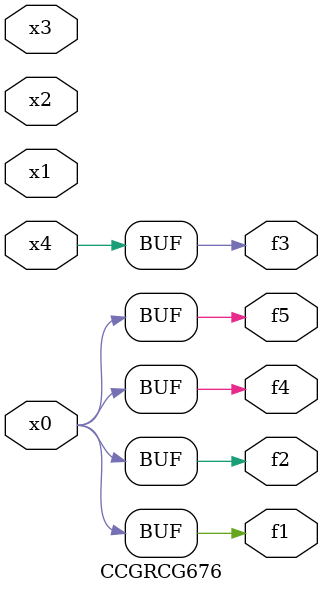
<source format=v>
module CCGRCG676(
	input x0, x1, x2, x3, x4,
	output f1, f2, f3, f4, f5
);
	assign f1 = x0;
	assign f2 = x0;
	assign f3 = x4;
	assign f4 = x0;
	assign f5 = x0;
endmodule

</source>
